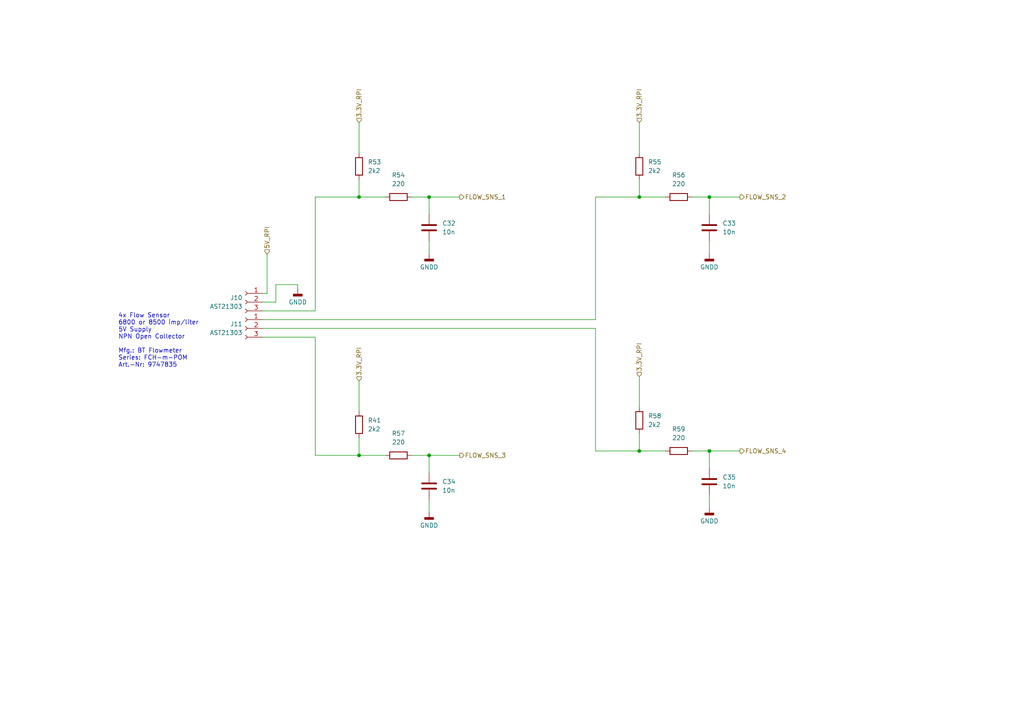
<source format=kicad_sch>
(kicad_sch (version 20211123) (generator eeschema)
  (paper "A4")
  (title_block (title "Flow Sensor Circuit") (date "2022-05-02") (rev "0.2.1") (company "U. Lukas"))
  (lib_symbols
    (symbol "Connector:Conn_01x03_Female" (pin_names (offset 1.016) hide)
      (property "Reference" "J" (at 0 5.08 0))
      (property "Value" "Conn_01x03_Female" (at 0 -5.08 0))
      (symbol "Conn_01x03_Female_1_1"
        (arc (start 0 -2.032) (mid -0.508 -2.54) (end 0 -3.048) (stroke (width 0.1524)))
        (polyline (pts (xy -1.27 -2.54) (xy -0.508 -2.54)) (stroke (width 0.1524)))
        (polyline (pts (xy -1.27 0) (xy -0.508 0)) (stroke (width 0.1524)))
        (polyline (pts (xy -1.27 2.54) (xy -0.508 2.54)) (stroke (width 0.1524)))
        (arc (start 0 0.508) (mid -0.508 0) (end 0 -0.508) (stroke (width 0.1524)))
        (arc (start 0 3.048) (mid -0.508 2.54) (end 0 2.032) (stroke (width 0.1524)))
        (pin passive line (at -5.08 2.54 0) (length 3.81) (name "Pin_1") (number "1"))
        (pin passive line (at -5.08 0 0) (length 3.81) (name "Pin_2") (number "2"))
        (pin passive line (at -5.08 -2.54 0) (length 3.81) (name "Pin_3") (number "3"))
      )
    )
    (symbol "Device:C" (pin_numbers hide) (pin_names (offset 0.254))
      (property "Reference" "C" (at 0.635 2.54 0))
      (property "Value" "C" (at 0.635 -2.54 0))
      (symbol "C_0_1"
        (polyline (pts (xy -2.032 -0.762) (xy 2.032 -0.762)) (stroke (width 0.508)))
        (polyline (pts (xy -2.032 0.762) (xy 2.032 0.762)) (stroke (width 0.508)))
      )
      (symbol "C_1_1"
        (pin passive line (at 0 3.81 270) (length 2.794) (name "~") (number "1"))
        (pin passive line (at 0 -3.81 90) (length 2.794) (name "~") (number "2"))
      )
    )
    (symbol "Device:R" (pin_numbers hide) (pin_names (offset 0))
      (property "Reference" "R" (at 2.032 0 90))
      (property "Value" "R" (at 0 0 90))
      (symbol "R_0_1"
        (rectangle (start -1.016 -2.54) (end 1.016 2.54) (stroke (width 0.254)))
      )
      (symbol "R_1_1"
        (pin passive line (at 0 3.81 270) (length 1.27) (name "~") (number "1"))
        (pin passive line (at 0 -3.81 90) (length 1.27) (name "~") (number "2"))
      )
    )
    (symbol "power:GNDD" (power) (pin_names (offset 0))
      (property "Value" "GNDD" (at 0 -3.175 0))
      (symbol "GNDD_0_1"
        (rectangle (start -1.27 -1.524) (end 1.27 -2.032) (stroke (width 0.254)) (fill (type outline)))
        (polyline (pts (xy 0 0) (xy 0 -1.524)))
      )
      (symbol "GNDD_1_1"
        (pin power_in line (at 0 0 270) (length 0) hide (name "GNDD") (number "1"))
      )
    )
  )
  (junction (at 124.46 132.08))
  (junction (at 185.42 130.81))
  (junction (at 104.14 132.08))
  (junction (at 124.46 57.15))
  (junction (at 185.42 57.15))
  (junction (at 104.14 57.15))
  (junction (at 205.74 57.15))
  (junction (at 205.74 130.81))
  (wire (pts (xy 200.66 57.15) (xy 205.74 57.15)))
  (wire (pts (xy 80.01 87.63) (xy 76.2 87.63)))
  (wire (pts (xy 172.72 130.81) (xy 185.42 130.81)))
  (wire (pts (xy 172.72 57.15) (xy 172.72 92.71)))
  (wire (pts (xy 91.44 132.08) (xy 104.14 132.08)))
  (wire (pts (xy 80.01 82.55) (xy 80.01 87.63)))
  (wire (pts (xy 119.38 132.08) (xy 124.46 132.08)))
  (wire (pts (xy 124.46 73.66) (xy 124.46 69.85)))
  (wire (pts (xy 86.36 83.82) (xy 86.36 82.55)))
  (wire (pts (xy 104.14 132.08) (xy 111.76 132.08)))
  (wire (pts (xy 77.47 73.66) (xy 77.47 85.09)))
  (wire (pts (xy 185.42 125.73) (xy 185.42 130.81)))
  (wire (pts (xy 185.42 35.56) (xy 185.42 44.45)))
  (wire (pts (xy 91.44 97.79) (xy 91.44 132.08)))
  (wire (pts (xy 205.74 130.81) (xy 214.63 130.81)))
  (wire (pts (xy 104.14 110.49) (xy 104.14 119.38)))
  (wire (pts (xy 86.36 82.55) (xy 80.01 82.55)))
  (wire (pts (xy 205.74 57.15) (xy 214.63 57.15)))
  (wire (pts (xy 91.44 57.15) (xy 104.14 57.15)))
  (wire (pts (xy 172.72 95.25) (xy 172.72 130.81)))
  (wire (pts (xy 205.74 147.32) (xy 205.74 143.51)))
  (wire (pts (xy 104.14 57.15) (xy 111.76 57.15)))
  (wire (pts (xy 185.42 130.81) (xy 193.04 130.81)))
  (wire (pts (xy 124.46 137.16) (xy 124.46 132.08)))
  (wire (pts (xy 200.66 130.81) (xy 205.74 130.81)))
  (wire (pts (xy 205.74 135.89) (xy 205.74 130.81)))
  (wire (pts (xy 185.42 109.22) (xy 185.42 118.11)))
  (wire (pts (xy 172.72 57.15) (xy 185.42 57.15)))
  (wire (pts (xy 124.46 57.15) (xy 133.35 57.15)))
  (wire (pts (xy 104.14 35.56) (xy 104.14 44.45)))
  (wire (pts (xy 76.2 85.09) (xy 77.47 85.09)))
  (wire (pts (xy 91.44 90.17) (xy 76.2 90.17)))
  (wire (pts (xy 172.72 95.25) (xy 76.2 95.25)))
  (wire (pts (xy 205.74 73.66) (xy 205.74 69.85)))
  (wire (pts (xy 119.38 57.15) (xy 124.46 57.15)))
  (wire (pts (xy 185.42 57.15) (xy 193.04 57.15)))
  (wire (pts (xy 172.72 92.71) (xy 76.2 92.71)))
  (wire (pts (xy 185.42 52.07) (xy 185.42 57.15)))
  (wire (pts (xy 91.44 97.79) (xy 76.2 97.79)))
  (wire (pts (xy 104.14 52.07) (xy 104.14 57.15)))
  (wire (pts (xy 205.74 62.23) (xy 205.74 57.15)))
  (wire (pts (xy 124.46 148.59) (xy 124.46 144.78)))
  (wire (pts (xy 124.46 62.23) (xy 124.46 57.15)))
  (wire (pts (xy 91.44 90.17) (xy 91.44 57.15)))
  (wire (pts (xy 124.46 132.08) (xy 133.35 132.08)))
  (wire (pts (xy 104.14 127) (xy 104.14 132.08)))
  (text "4x Flow Sensor\n6800 or 8500 imp/liter\n5V Supply\nNPN Open Collector\n\nMfg.: BT Flowmeter\nSeries: FCH-m-POM\nArt.-Nr: 9747835\n" (at 34.29 106.68 0) (effects (font (size 1.27 1.27)) (justify left bottom)))
  (hierarchical_label "3.3V_RPI" (shape input) (at 104.14 110.49 90))
  (hierarchical_label "FLOW_SNS_1" (shape output) (at 133.35 57.15 0))
  (hierarchical_label "5V_RPI" (shape input) (at 77.47 73.66 90))
  (hierarchical_label "FLOW_SNS_2" (shape output) (at 214.63 57.15 0))
  (hierarchical_label "3.3V_RPI" (shape input) (at 104.14 35.56 90))
  (hierarchical_label "3.3V_RPI" (shape input) (at 185.42 109.22 90))
  (hierarchical_label "FLOW_SNS_3" (shape output) (at 133.35 132.08 0))
  (hierarchical_label "3.3V_RPI" (shape input) (at 185.42 35.56 90))
  (hierarchical_label "FLOW_SNS_4" (shape output) (at 214.63 130.81 0))
  (symbol (lib_id "power:GNDD") (at 205.74 147.32 0) (mirror y) (unit 1)
    (property "Reference" "#PWR0105" (effects hide))
    (property "Value" "GNDD" (at 205.74 151.13 0))
  )
  (symbol (lib_id "Connector:Conn_01x03_Female") (at 71.12 87.63 0) (mirror y) (unit 1)
    (property "Reference" "J10" (at 70.358 86.3599 0) (effects (justify left)))
    (property "Value" "AST21303" (at 70.358 88.8999 0) (effects (justify left)))
    (property "Footprint" "lib_ul_mech:TerminalBlock_MetzConnect_AST21303" (effects hide))
  )
  (symbol (lib_id "Device:C") (at 205.74 66.04 0) (unit 1)
    (property "Reference" "C33" (at 209.55 64.7699 0) (effects (justify left)))
    (property "Value" "10n" (at 209.55 67.3099 0) (effects (justify left)))
    (property "Footprint" "Capacitor_SMD:C_0603_1608Metric" (effects hide))
  )
  (symbol (lib_id "Device:R") (at 185.42 121.92 0) (unit 1)
    (property "Reference" "R58" (at 187.96 120.6499 0) (effects (justify left)))
    (property "Value" "2k2" (at 187.96 123.1899 0) (effects (justify left)))
    (property "Footprint" "Resistor_SMD:R_0603_1608Metric" (effects hide))
  )
  (symbol (lib_id "Device:C") (at 205.74 139.7 0) (unit 1)
    (property "Reference" "C35" (at 209.55 138.4299 0) (effects (justify left)))
    (property "Value" "10n" (at 209.55 140.9699 0) (effects (justify left)))
    (property "Footprint" "Capacitor_SMD:C_0603_1608Metric" (effects hide))
  )
  (symbol (lib_id "Device:R") (at 104.14 48.26 0) (unit 1)
    (property "Reference" "R53" (at 106.68 46.9899 0) (effects (justify left)))
    (property "Value" "2k2" (at 106.68 49.5299 0) (effects (justify left)))
    (property "Footprint" "Resistor_SMD:R_0603_1608Metric" (effects hide))
  )
  (symbol (lib_id "Device:R") (at 185.42 48.26 0) (unit 1)
    (property "Reference" "R55" (at 187.96 46.9899 0) (effects (justify left)))
    (property "Value" "2k2" (at 187.96 49.5299 0) (effects (justify left)))
    (property "Footprint" "Resistor_SMD:R_0603_1608Metric" (effects hide))
  )
  (symbol (lib_id "Device:R") (at 196.85 57.15 270) (mirror x) (unit 1)
    (property "Reference" "R56" (at 196.85 50.8 90))
    (property "Value" "220" (at 196.85 53.34 90))
    (property "Footprint" "Resistor_SMD:R_0603_1608Metric" (effects hide))
  )
  (symbol (lib_id "Device:R") (at 115.57 57.15 270) (mirror x) (unit 1)
    (property "Reference" "R54" (at 115.57 50.8 90))
    (property "Value" "220" (at 115.57 53.34 90))
    (property "Footprint" "Resistor_SMD:R_0603_1608Metric" (effects hide))
  )
  (symbol (lib_id "Device:R") (at 104.14 123.19 0) (unit 1)
    (property "Reference" "R41" (at 106.68 121.9199 0) (effects (justify left)))
    (property "Value" "2k2" (at 106.68 124.4599 0) (effects (justify left)))
    (property "Footprint" "Resistor_SMD:R_0603_1608Metric" (effects hide))
  )
  (symbol (lib_id "power:GNDD") (at 124.46 148.59 0) (mirror y) (unit 1)
    (property "Reference" "#PWR0104" (effects hide))
    (property "Value" "GNDD" (at 124.46 152.4 0))
  )
  (symbol (lib_id "Connector:Conn_01x03_Female") (at 71.12 95.25 0) (mirror y) (unit 1)
    (property "Reference" "J11" (at 70.358 93.9799 0) (effects (justify left)))
    (property "Value" "AST21303" (at 70.358 96.5199 0) (effects (justify left)))
    (property "Footprint" "lib_ul_mech:TerminalBlock_MetzConnect_AST21303" (effects hide))
  )
  (symbol (lib_id "power:GNDD") (at 205.74 73.66 0) (mirror y) (unit 1)
    (property "Reference" "#PWR027" (effects hide))
    (property "Value" "GNDD" (at 205.74 77.47 0))
  )
  (symbol (lib_id "Device:C") (at 124.46 140.97 0) (unit 1)
    (property "Reference" "C34" (at 128.27 139.6999 0) (effects (justify left)))
    (property "Value" "10n" (at 128.27 142.2399 0) (effects (justify left)))
    (property "Footprint" "Capacitor_SMD:C_0603_1608Metric" (effects hide))
  )
  (symbol (lib_id "power:GNDD") (at 124.46 73.66 0) (mirror y) (unit 1)
    (property "Reference" "#PWR025" (effects hide))
    (property "Value" "GNDD" (at 124.46 77.47 0))
  )
  (symbol (lib_id "Device:R") (at 196.85 130.81 270) (mirror x) (unit 1)
    (property "Reference" "R59" (at 196.85 124.46 90))
    (property "Value" "220" (at 196.85 127 90))
    (property "Footprint" "Resistor_SMD:R_0603_1608Metric" (effects hide))
  )
  (symbol (lib_id "power:GNDD") (at 86.36 83.82 0) (mirror y) (unit 1)
    (property "Reference" "#PWR024" (effects hide))
    (property "Value" "GNDD" (at 86.36 87.63 0))
  )
  (symbol (lib_id "Device:C") (at 124.46 66.04 0) (unit 1)
    (property "Reference" "C32" (at 128.27 64.7699 0) (effects (justify left)))
    (property "Value" "10n" (at 128.27 67.3099 0) (effects (justify left)))
    (property "Footprint" "Capacitor_SMD:C_0603_1608Metric" (effects hide))
  )
  (symbol (lib_id "Device:R") (at 115.57 132.08 270) (mirror x) (unit 1)
    (property "Reference" "R57" (at 115.57 125.73 90))
    (property "Value" "220" (at 115.57 128.27 90))
    (property "Footprint" "Resistor_SMD:R_0603_1608Metric" (effects hide))
  )
)
</source>
